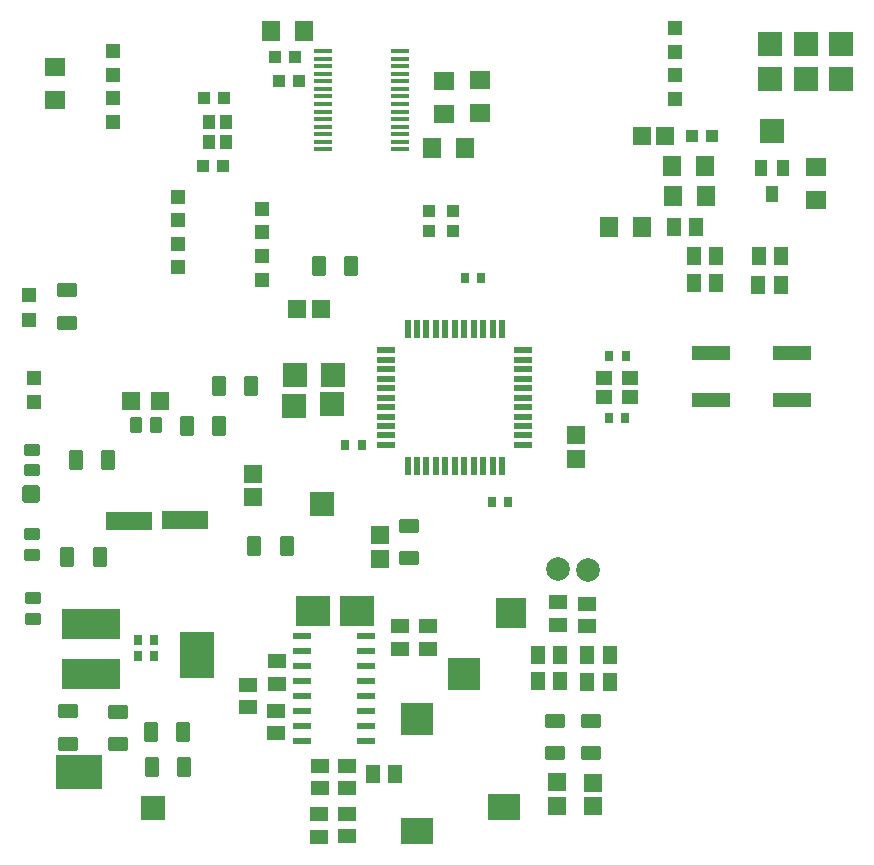
<source format=gbp>
G04 Layer_Color=128*
%FSLAX44Y44*%
%MOMM*%
G71*
G01*
G75*
G04:AMPARAMS|DCode=11|XSize=1.75mm|YSize=1.25mm|CornerRadius=0.3125mm|HoleSize=0mm|Usage=FLASHONLY|Rotation=0.000|XOffset=0mm|YOffset=0mm|HoleType=Round|Shape=RoundedRectangle|*
%AMROUNDEDRECTD11*
21,1,1.7500,0.6250,0,0,0.0*
21,1,1.1250,1.2500,0,0,0.0*
1,1,0.6250,0.5625,-0.3125*
1,1,0.6250,-0.5625,-0.3125*
1,1,0.6250,-0.5625,0.3125*
1,1,0.6250,0.5625,0.3125*
%
%ADD11ROUNDEDRECTD11*%
G04:AMPARAMS|DCode=12|XSize=1.75mm|YSize=1.25mm|CornerRadius=0.3125mm|HoleSize=0mm|Usage=FLASHONLY|Rotation=270.000|XOffset=0mm|YOffset=0mm|HoleType=Round|Shape=RoundedRectangle|*
%AMROUNDEDRECTD12*
21,1,1.7500,0.6250,0,0,270.0*
21,1,1.1250,1.2500,0,0,270.0*
1,1,0.6250,-0.3125,-0.5625*
1,1,0.6250,-0.3125,0.5625*
1,1,0.6250,0.3125,0.5625*
1,1,0.6250,0.3125,-0.5625*
%
%ADD12ROUNDEDRECTD12*%
G04:AMPARAMS|DCode=13|XSize=1.4mm|YSize=1.1mm|CornerRadius=0.275mm|HoleSize=0mm|Usage=FLASHONLY|Rotation=0.000|XOffset=0mm|YOffset=0mm|HoleType=Round|Shape=RoundedRectangle|*
%AMROUNDEDRECTD13*
21,1,1.4000,0.5500,0,0,0.0*
21,1,0.8500,1.1000,0,0,0.0*
1,1,0.5500,0.4250,-0.2750*
1,1,0.5500,-0.4250,-0.2750*
1,1,0.5500,-0.4250,0.2750*
1,1,0.5500,0.4250,0.2750*
%
%ADD13ROUNDEDRECTD13*%
%ADD14R,1.0000X1.1001*%
%ADD15R,1.5001X1.3000*%
%ADD17R,1.8001X1.5999*%
%ADD45R,2.0000X2.0000*%
%ADD46R,1.5000X1.5000*%
%ADD47C,2.0000*%
%ADD48R,3.0000X2.5000*%
%ADD49R,4.0000X1.5000*%
G04:AMPARAMS|DCode=50|XSize=1.6mm|YSize=1.6mm|CornerRadius=0.4mm|HoleSize=0mm|Usage=FLASHONLY|Rotation=0.000|XOffset=0mm|YOffset=0mm|HoleType=Round|Shape=RoundedRectangle|*
%AMROUNDEDRECTD50*
21,1,1.6000,0.8000,0,0,0.0*
21,1,0.8000,1.6000,0,0,0.0*
1,1,0.8000,0.4000,-0.4000*
1,1,0.8000,-0.4000,-0.4000*
1,1,0.8000,-0.4000,0.4000*
1,1,0.8000,0.4000,0.4000*
%
%ADD50ROUNDEDRECTD50*%
%ADD51R,3.0000X4.0000*%
%ADD52R,4.0000X3.0000*%
%ADD53R,1.3000X1.5001*%
%ADD54R,1.1001X1.0000*%
%ADD55R,3.1999X1.1999*%
%ADD56R,1.5240X1.5240*%
%ADD57R,0.8000X0.9000*%
%ADD58R,1.5999X1.8001*%
%ADD59R,1.5000X0.4000*%
%ADD60R,0.5001X1.5001*%
%ADD61R,1.5001X0.5001*%
%ADD62R,1.1999X1.1999*%
%ADD63R,5.0000X2.5400*%
G04:AMPARAMS|DCode=64|XSize=1.4mm|YSize=1.1mm|CornerRadius=0.275mm|HoleSize=0mm|Usage=FLASHONLY|Rotation=270.000|XOffset=0mm|YOffset=0mm|HoleType=Round|Shape=RoundedRectangle|*
%AMROUNDEDRECTD64*
21,1,1.4000,0.5500,0,0,270.0*
21,1,0.8500,1.1000,0,0,270.0*
1,1,0.5500,-0.2750,-0.4250*
1,1,0.5500,-0.2750,0.4250*
1,1,0.5500,0.2750,0.4250*
1,1,0.5500,0.2750,-0.4250*
%
%ADD64ROUNDEDRECTD64*%
%ADD65R,1.5000X0.6000*%
%ADD66R,1.0000X1.4000*%
%ADD67R,1.5240X1.5240*%
%ADD68R,1.2000X1.2000*%
%ADD69R,1.4000X1.1500*%
%ADD70R,1.1000X1.2000*%
%ADD71R,2.8000X2.2000*%
%ADD72R,2.8000X2.8000*%
%ADD73R,2.5000X2.5000*%
D11*
X592000Y338750D02*
D03*
Y366250D02*
D03*
X302250Y538000D02*
D03*
Y565500D02*
D03*
X303000Y209250D02*
D03*
Y181750D02*
D03*
X345750Y209000D02*
D03*
Y181500D02*
D03*
X715500Y201250D02*
D03*
Y173750D02*
D03*
X745750Y201000D02*
D03*
Y173500D02*
D03*
D12*
X431000Y450750D02*
D03*
X403500D02*
D03*
X543000Y586000D02*
D03*
X515500D02*
D03*
X458000Y484250D02*
D03*
X430500D02*
D03*
X309500Y421750D02*
D03*
X337000D02*
D03*
X400750Y192000D02*
D03*
X373250D02*
D03*
X374000Y162250D02*
D03*
X401500D02*
D03*
X329750Y339750D02*
D03*
X302250D02*
D03*
X460750Y349250D02*
D03*
X488250D02*
D03*
D13*
X272500Y359000D02*
D03*
Y341500D02*
D03*
X273000Y304750D02*
D03*
Y287250D02*
D03*
X272750Y413250D02*
D03*
Y430750D02*
D03*
D14*
X608500Y615706D02*
D03*
Y632703D02*
D03*
X628750Y615706D02*
D03*
Y632703D02*
D03*
D15*
X479750Y251420D02*
D03*
Y232421D02*
D03*
X455480Y231540D02*
D03*
Y212541D02*
D03*
X607520Y281040D02*
D03*
Y262041D02*
D03*
X584520D02*
D03*
Y281040D02*
D03*
X478750Y209750D02*
D03*
Y190750D02*
D03*
X539000Y122250D02*
D03*
Y103250D02*
D03*
X515750Y122000D02*
D03*
Y103000D02*
D03*
X539000Y163000D02*
D03*
Y144000D02*
D03*
X516250Y163000D02*
D03*
Y144000D02*
D03*
X718275Y282476D02*
D03*
Y301475D02*
D03*
X742750Y281000D02*
D03*
Y300000D02*
D03*
D17*
X621500Y743000D02*
D03*
Y714999D02*
D03*
X652000Y743501D02*
D03*
Y715499D02*
D03*
X292000Y754501D02*
D03*
Y726499D02*
D03*
X936000Y642000D02*
D03*
Y670001D02*
D03*
D45*
X375250Y127000D02*
D03*
X518000Y385000D02*
D03*
X898750Y700750D02*
D03*
X495250Y493750D02*
D03*
X494500Y467500D02*
D03*
X526928Y469750D02*
D03*
X527500Y494250D02*
D03*
X897750Y744250D02*
D03*
X927750D02*
D03*
X957750D02*
D03*
X897750Y774250D02*
D03*
X927750D02*
D03*
X957750D02*
D03*
D46*
X356250Y472050D02*
D03*
X381250Y472250D02*
D03*
X733500Y443500D02*
D03*
Y422500D02*
D03*
D47*
X743250Y329000D02*
D03*
X718000Y329750D02*
D03*
D48*
X547500Y294500D02*
D03*
X510750D02*
D03*
D49*
X401750Y370750D02*
D03*
X355000Y370500D02*
D03*
D50*
X272000Y393250D02*
D03*
D51*
X412500Y257000D02*
D03*
D52*
X312420Y157480D02*
D03*
D53*
X907000Y594500D02*
D03*
X888000D02*
D03*
X832750Y595000D02*
D03*
X851750D02*
D03*
X887500Y570500D02*
D03*
X906500D02*
D03*
X851750Y571500D02*
D03*
X832750D02*
D03*
X816000Y619250D02*
D03*
X835000D02*
D03*
X580250Y156500D02*
D03*
X561250D02*
D03*
X742750Y256500D02*
D03*
X761750D02*
D03*
X700750Y234500D02*
D03*
X719750D02*
D03*
X742750Y233750D02*
D03*
X761750D02*
D03*
X700750Y256500D02*
D03*
X719749D02*
D03*
D54*
X831001Y696000D02*
D03*
X847999D02*
D03*
X417501Y671250D02*
D03*
X434499D02*
D03*
X481501Y743250D02*
D03*
X498499D02*
D03*
X434999Y728500D02*
D03*
X418001D02*
D03*
X495249Y763000D02*
D03*
X478251D02*
D03*
D55*
X847750Y512750D02*
D03*
X915750D02*
D03*
Y472750D02*
D03*
X847750D02*
D03*
D56*
X459500Y410250D02*
D03*
Y390250D02*
D03*
X567250Y358500D02*
D03*
Y338500D02*
D03*
X717250Y129250D02*
D03*
Y149250D02*
D03*
X747500Y128750D02*
D03*
Y148750D02*
D03*
D57*
X760750Y457500D02*
D03*
X774750D02*
D03*
X761250Y510000D02*
D03*
X775250D02*
D03*
X652750Y575750D02*
D03*
X638750D02*
D03*
X675750Y386250D02*
D03*
X661750D02*
D03*
X537750Y434750D02*
D03*
X551750D02*
D03*
X376000Y269750D02*
D03*
X362000D02*
D03*
X376000Y256000D02*
D03*
X362000D02*
D03*
D58*
X639001Y686500D02*
D03*
X610999D02*
D03*
X502751Y785250D02*
D03*
X474749D02*
D03*
X843501Y645750D02*
D03*
X815499D02*
D03*
X842750Y670500D02*
D03*
X814750D02*
D03*
X789000Y619250D02*
D03*
X761000D02*
D03*
D59*
X584250Y704200D02*
D03*
Y697800D02*
D03*
Y710600D02*
D03*
Y717000D02*
D03*
Y742600D02*
D03*
Y736200D02*
D03*
Y723400D02*
D03*
Y729800D02*
D03*
Y768200D02*
D03*
Y761800D02*
D03*
Y749000D02*
D03*
Y755400D02*
D03*
X518750Y742600D02*
D03*
Y736200D02*
D03*
Y749000D02*
D03*
Y755400D02*
D03*
X584250Y691400D02*
D03*
Y685000D02*
D03*
X518750Y761800D02*
D03*
Y768200D02*
D03*
Y717000D02*
D03*
Y710600D02*
D03*
Y723400D02*
D03*
Y729800D02*
D03*
Y704200D02*
D03*
Y697800D02*
D03*
Y685000D02*
D03*
Y691400D02*
D03*
D60*
X590500Y532751D02*
D03*
X598501D02*
D03*
X606499D02*
D03*
X614501D02*
D03*
X622499D02*
D03*
X630500D02*
D03*
X638501D02*
D03*
X646499D02*
D03*
X654501D02*
D03*
X662499D02*
D03*
X670500D02*
D03*
Y416749D02*
D03*
X662499D02*
D03*
X654501D02*
D03*
X646499D02*
D03*
X638501D02*
D03*
X630500D02*
D03*
X622499D02*
D03*
X614501D02*
D03*
X606499D02*
D03*
X598501D02*
D03*
X590500D02*
D03*
D61*
X688501Y514750D02*
D03*
Y506749D02*
D03*
Y498750D02*
D03*
Y490750D02*
D03*
Y482751D02*
D03*
Y474750D02*
D03*
Y466749D02*
D03*
Y458750D02*
D03*
Y450750D02*
D03*
Y442751D02*
D03*
Y434750D02*
D03*
X572499D02*
D03*
Y442751D02*
D03*
Y450750D02*
D03*
Y458750D02*
D03*
Y466749D02*
D03*
Y474750D02*
D03*
Y482751D02*
D03*
Y490750D02*
D03*
Y498750D02*
D03*
Y506749D02*
D03*
Y514750D02*
D03*
D62*
X270250Y561250D02*
D03*
Y540250D02*
D03*
X274250Y470750D02*
D03*
Y491750D02*
D03*
D63*
X322750Y282960D02*
D03*
Y241040D02*
D03*
D64*
X377750Y451250D02*
D03*
X360250D02*
D03*
D65*
X501250Y273000D02*
D03*
Y260300D02*
D03*
Y247600D02*
D03*
Y234900D02*
D03*
Y222200D02*
D03*
Y209500D02*
D03*
Y196800D02*
D03*
Y184100D02*
D03*
X555250D02*
D03*
Y196800D02*
D03*
Y209500D02*
D03*
Y222200D02*
D03*
Y234900D02*
D03*
Y247600D02*
D03*
Y260300D02*
D03*
Y273000D02*
D03*
D66*
X908500Y669000D02*
D03*
X899000Y647000D02*
D03*
X889500Y669000D02*
D03*
D67*
X497000Y549500D02*
D03*
X517000D02*
D03*
X808750Y696250D02*
D03*
X788750D02*
D03*
D68*
X467000Y574750D02*
D03*
Y594750D02*
D03*
Y614750D02*
D03*
Y634750D02*
D03*
X395750Y585000D02*
D03*
Y605000D02*
D03*
Y625000D02*
D03*
Y645000D02*
D03*
X340750Y768250D02*
D03*
Y748250D02*
D03*
Y728250D02*
D03*
Y708250D02*
D03*
X817000Y727500D02*
D03*
Y747500D02*
D03*
Y767500D02*
D03*
Y787500D02*
D03*
D69*
X778500Y475250D02*
D03*
X756500D02*
D03*
Y491250D02*
D03*
X778500D02*
D03*
D70*
X436750Y708000D02*
D03*
Y691000D02*
D03*
X422750D02*
D03*
Y708000D02*
D03*
D71*
X598250Y107750D02*
D03*
X672250Y127750D02*
D03*
D72*
X598250Y202750D02*
D03*
X638250Y240750D02*
D03*
D73*
X678500Y292750D02*
D03*
M02*

</source>
